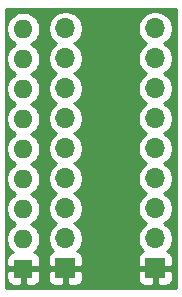
<source format=gbr>
%TF.GenerationSoftware,KiCad,Pcbnew,(5.1.9)-1*%
%TF.CreationDate,2021-02-04T07:54:42-05:00*%
%TF.ProjectId,NerdConsole_BreadBoard_BridgeMonitor8,4e657264-436f-46e7-936f-6c655f427265,rev?*%
%TF.SameCoordinates,Original*%
%TF.FileFunction,Copper,L2,Bot*%
%TF.FilePolarity,Positive*%
%FSLAX46Y46*%
G04 Gerber Fmt 4.6, Leading zero omitted, Abs format (unit mm)*
G04 Created by KiCad (PCBNEW (5.1.9)-1) date 2021-02-04 07:54:42*
%MOMM*%
%LPD*%
G01*
G04 APERTURE LIST*
%TA.AperFunction,ComponentPad*%
%ADD10O,1.700000X1.700000*%
%TD*%
%TA.AperFunction,ComponentPad*%
%ADD11R,1.700000X1.700000*%
%TD*%
%TA.AperFunction,ComponentPad*%
%ADD12R,1.600000X1.600000*%
%TD*%
%TA.AperFunction,ComponentPad*%
%ADD13O,1.600000X1.600000*%
%TD*%
%TA.AperFunction,Conductor*%
%ADD14C,0.254000*%
%TD*%
%TA.AperFunction,Conductor*%
%ADD15C,0.100000*%
%TD*%
G04 APERTURE END LIST*
D10*
%TO.P,J1,9*%
%TO.N,D7*%
X96200000Y-77830000D03*
%TO.P,J1,8*%
%TO.N,D6*%
X96200000Y-80370000D03*
%TO.P,J1,7*%
%TO.N,D5*%
X96200000Y-82910000D03*
%TO.P,J1,6*%
%TO.N,D4*%
X96200000Y-85450000D03*
%TO.P,J1,5*%
%TO.N,D3*%
X96200000Y-87990000D03*
%TO.P,J1,4*%
%TO.N,D2*%
X96200000Y-90530000D03*
%TO.P,J1,3*%
%TO.N,D1*%
X96200000Y-93070000D03*
%TO.P,J1,2*%
%TO.N,D0*%
X96200000Y-95610000D03*
D11*
%TO.P,J1,1*%
%TO.N,GND*%
X96200000Y-98150000D03*
%TD*%
%TO.P,J2,1*%
%TO.N,GND*%
X103800000Y-98150000D03*
D10*
%TO.P,J2,2*%
%TO.N,D0*%
X103800000Y-95610000D03*
%TO.P,J2,3*%
%TO.N,D1*%
X103800000Y-93070000D03*
%TO.P,J2,4*%
%TO.N,D2*%
X103800000Y-90530000D03*
%TO.P,J2,5*%
%TO.N,D3*%
X103800000Y-87990000D03*
%TO.P,J2,6*%
%TO.N,D4*%
X103800000Y-85450000D03*
%TO.P,J2,7*%
%TO.N,D5*%
X103800000Y-82910000D03*
%TO.P,J2,8*%
%TO.N,D6*%
X103800000Y-80370000D03*
%TO.P,J2,9*%
%TO.N,D7*%
X103800000Y-77830000D03*
%TD*%
D12*
%TO.P,RN1,1*%
%TO.N,GND*%
X92650000Y-98175000D03*
D13*
%TO.P,RN1,2*%
%TO.N,LED0*%
X92650000Y-95635000D03*
%TO.P,RN1,3*%
%TO.N,LED1*%
X92650000Y-93095000D03*
%TO.P,RN1,4*%
%TO.N,LED2*%
X92650000Y-90555000D03*
%TO.P,RN1,5*%
%TO.N,LED3*%
X92650000Y-88015000D03*
%TO.P,RN1,6*%
%TO.N,LED4*%
X92650000Y-85475000D03*
%TO.P,RN1,7*%
%TO.N,LED5*%
X92650000Y-82935000D03*
%TO.P,RN1,8*%
%TO.N,LED6*%
X92650000Y-80395000D03*
%TO.P,RN1,9*%
%TO.N,LED7*%
X92650000Y-77855000D03*
%TD*%
D14*
%TO.N,GND*%
X105590001Y-99840000D02*
X91160000Y-99840000D01*
X91160000Y-98975000D01*
X91211928Y-98975000D01*
X91224188Y-99099482D01*
X91260498Y-99219180D01*
X91319463Y-99329494D01*
X91398815Y-99426185D01*
X91495506Y-99505537D01*
X91605820Y-99564502D01*
X91725518Y-99600812D01*
X91850000Y-99613072D01*
X92364250Y-99610000D01*
X92523000Y-99451250D01*
X92523000Y-98302000D01*
X92777000Y-98302000D01*
X92777000Y-99451250D01*
X92935750Y-99610000D01*
X93450000Y-99613072D01*
X93574482Y-99600812D01*
X93694180Y-99564502D01*
X93804494Y-99505537D01*
X93901185Y-99426185D01*
X93980537Y-99329494D01*
X94039502Y-99219180D01*
X94075812Y-99099482D01*
X94085609Y-99000000D01*
X94711928Y-99000000D01*
X94724188Y-99124482D01*
X94760498Y-99244180D01*
X94819463Y-99354494D01*
X94898815Y-99451185D01*
X94995506Y-99530537D01*
X95105820Y-99589502D01*
X95225518Y-99625812D01*
X95350000Y-99638072D01*
X95914250Y-99635000D01*
X96073000Y-99476250D01*
X96073000Y-98277000D01*
X96327000Y-98277000D01*
X96327000Y-99476250D01*
X96485750Y-99635000D01*
X97050000Y-99638072D01*
X97174482Y-99625812D01*
X97294180Y-99589502D01*
X97404494Y-99530537D01*
X97501185Y-99451185D01*
X97580537Y-99354494D01*
X97639502Y-99244180D01*
X97675812Y-99124482D01*
X97688072Y-99000000D01*
X102311928Y-99000000D01*
X102324188Y-99124482D01*
X102360498Y-99244180D01*
X102419463Y-99354494D01*
X102498815Y-99451185D01*
X102595506Y-99530537D01*
X102705820Y-99589502D01*
X102825518Y-99625812D01*
X102950000Y-99638072D01*
X103514250Y-99635000D01*
X103673000Y-99476250D01*
X103673000Y-98277000D01*
X103927000Y-98277000D01*
X103927000Y-99476250D01*
X104085750Y-99635000D01*
X104650000Y-99638072D01*
X104774482Y-99625812D01*
X104894180Y-99589502D01*
X105004494Y-99530537D01*
X105101185Y-99451185D01*
X105180537Y-99354494D01*
X105239502Y-99244180D01*
X105275812Y-99124482D01*
X105288072Y-99000000D01*
X105285000Y-98435750D01*
X105126250Y-98277000D01*
X103927000Y-98277000D01*
X103673000Y-98277000D01*
X102473750Y-98277000D01*
X102315000Y-98435750D01*
X102311928Y-99000000D01*
X97688072Y-99000000D01*
X97685000Y-98435750D01*
X97526250Y-98277000D01*
X96327000Y-98277000D01*
X96073000Y-98277000D01*
X94873750Y-98277000D01*
X94715000Y-98435750D01*
X94711928Y-99000000D01*
X94085609Y-99000000D01*
X94088072Y-98975000D01*
X94085000Y-98460750D01*
X93926250Y-98302000D01*
X92777000Y-98302000D01*
X92523000Y-98302000D01*
X91373750Y-98302000D01*
X91215000Y-98460750D01*
X91211928Y-98975000D01*
X91160000Y-98975000D01*
X91160000Y-97375000D01*
X91211928Y-97375000D01*
X91215000Y-97889250D01*
X91373750Y-98048000D01*
X92523000Y-98048000D01*
X92523000Y-98028000D01*
X92777000Y-98028000D01*
X92777000Y-98048000D01*
X93926250Y-98048000D01*
X94085000Y-97889250D01*
X94088072Y-97375000D01*
X94080686Y-97300000D01*
X94711928Y-97300000D01*
X94715000Y-97864250D01*
X94873750Y-98023000D01*
X96073000Y-98023000D01*
X96073000Y-98003000D01*
X96327000Y-98003000D01*
X96327000Y-98023000D01*
X97526250Y-98023000D01*
X97685000Y-97864250D01*
X97688072Y-97300000D01*
X102311928Y-97300000D01*
X102315000Y-97864250D01*
X102473750Y-98023000D01*
X103673000Y-98023000D01*
X103673000Y-98003000D01*
X103927000Y-98003000D01*
X103927000Y-98023000D01*
X105126250Y-98023000D01*
X105285000Y-97864250D01*
X105288072Y-97300000D01*
X105275812Y-97175518D01*
X105239502Y-97055820D01*
X105180537Y-96945506D01*
X105101185Y-96848815D01*
X105004494Y-96769463D01*
X104894180Y-96710498D01*
X104821620Y-96688487D01*
X104953475Y-96556632D01*
X105115990Y-96313411D01*
X105227932Y-96043158D01*
X105285000Y-95756260D01*
X105285000Y-95463740D01*
X105227932Y-95176842D01*
X105115990Y-94906589D01*
X104953475Y-94663368D01*
X104746632Y-94456525D01*
X104572240Y-94340000D01*
X104746632Y-94223475D01*
X104953475Y-94016632D01*
X105115990Y-93773411D01*
X105227932Y-93503158D01*
X105285000Y-93216260D01*
X105285000Y-92923740D01*
X105227932Y-92636842D01*
X105115990Y-92366589D01*
X104953475Y-92123368D01*
X104746632Y-91916525D01*
X104572240Y-91800000D01*
X104746632Y-91683475D01*
X104953475Y-91476632D01*
X105115990Y-91233411D01*
X105227932Y-90963158D01*
X105285000Y-90676260D01*
X105285000Y-90383740D01*
X105227932Y-90096842D01*
X105115990Y-89826589D01*
X104953475Y-89583368D01*
X104746632Y-89376525D01*
X104572240Y-89260000D01*
X104746632Y-89143475D01*
X104953475Y-88936632D01*
X105115990Y-88693411D01*
X105227932Y-88423158D01*
X105285000Y-88136260D01*
X105285000Y-87843740D01*
X105227932Y-87556842D01*
X105115990Y-87286589D01*
X104953475Y-87043368D01*
X104746632Y-86836525D01*
X104572240Y-86720000D01*
X104746632Y-86603475D01*
X104953475Y-86396632D01*
X105115990Y-86153411D01*
X105227932Y-85883158D01*
X105285000Y-85596260D01*
X105285000Y-85303740D01*
X105227932Y-85016842D01*
X105115990Y-84746589D01*
X104953475Y-84503368D01*
X104746632Y-84296525D01*
X104572240Y-84180000D01*
X104746632Y-84063475D01*
X104953475Y-83856632D01*
X105115990Y-83613411D01*
X105227932Y-83343158D01*
X105285000Y-83056260D01*
X105285000Y-82763740D01*
X105227932Y-82476842D01*
X105115990Y-82206589D01*
X104953475Y-81963368D01*
X104746632Y-81756525D01*
X104572240Y-81640000D01*
X104746632Y-81523475D01*
X104953475Y-81316632D01*
X105115990Y-81073411D01*
X105227932Y-80803158D01*
X105285000Y-80516260D01*
X105285000Y-80223740D01*
X105227932Y-79936842D01*
X105115990Y-79666589D01*
X104953475Y-79423368D01*
X104746632Y-79216525D01*
X104572240Y-79100000D01*
X104746632Y-78983475D01*
X104953475Y-78776632D01*
X105115990Y-78533411D01*
X105227932Y-78263158D01*
X105285000Y-77976260D01*
X105285000Y-77683740D01*
X105227932Y-77396842D01*
X105115990Y-77126589D01*
X104953475Y-76883368D01*
X104746632Y-76676525D01*
X104503411Y-76514010D01*
X104233158Y-76402068D01*
X103946260Y-76345000D01*
X103653740Y-76345000D01*
X103366842Y-76402068D01*
X103096589Y-76514010D01*
X102853368Y-76676525D01*
X102646525Y-76883368D01*
X102484010Y-77126589D01*
X102372068Y-77396842D01*
X102315000Y-77683740D01*
X102315000Y-77976260D01*
X102372068Y-78263158D01*
X102484010Y-78533411D01*
X102646525Y-78776632D01*
X102853368Y-78983475D01*
X103027760Y-79100000D01*
X102853368Y-79216525D01*
X102646525Y-79423368D01*
X102484010Y-79666589D01*
X102372068Y-79936842D01*
X102315000Y-80223740D01*
X102315000Y-80516260D01*
X102372068Y-80803158D01*
X102484010Y-81073411D01*
X102646525Y-81316632D01*
X102853368Y-81523475D01*
X103027760Y-81640000D01*
X102853368Y-81756525D01*
X102646525Y-81963368D01*
X102484010Y-82206589D01*
X102372068Y-82476842D01*
X102315000Y-82763740D01*
X102315000Y-83056260D01*
X102372068Y-83343158D01*
X102484010Y-83613411D01*
X102646525Y-83856632D01*
X102853368Y-84063475D01*
X103027760Y-84180000D01*
X102853368Y-84296525D01*
X102646525Y-84503368D01*
X102484010Y-84746589D01*
X102372068Y-85016842D01*
X102315000Y-85303740D01*
X102315000Y-85596260D01*
X102372068Y-85883158D01*
X102484010Y-86153411D01*
X102646525Y-86396632D01*
X102853368Y-86603475D01*
X103027760Y-86720000D01*
X102853368Y-86836525D01*
X102646525Y-87043368D01*
X102484010Y-87286589D01*
X102372068Y-87556842D01*
X102315000Y-87843740D01*
X102315000Y-88136260D01*
X102372068Y-88423158D01*
X102484010Y-88693411D01*
X102646525Y-88936632D01*
X102853368Y-89143475D01*
X103027760Y-89260000D01*
X102853368Y-89376525D01*
X102646525Y-89583368D01*
X102484010Y-89826589D01*
X102372068Y-90096842D01*
X102315000Y-90383740D01*
X102315000Y-90676260D01*
X102372068Y-90963158D01*
X102484010Y-91233411D01*
X102646525Y-91476632D01*
X102853368Y-91683475D01*
X103027760Y-91800000D01*
X102853368Y-91916525D01*
X102646525Y-92123368D01*
X102484010Y-92366589D01*
X102372068Y-92636842D01*
X102315000Y-92923740D01*
X102315000Y-93216260D01*
X102372068Y-93503158D01*
X102484010Y-93773411D01*
X102646525Y-94016632D01*
X102853368Y-94223475D01*
X103027760Y-94340000D01*
X102853368Y-94456525D01*
X102646525Y-94663368D01*
X102484010Y-94906589D01*
X102372068Y-95176842D01*
X102315000Y-95463740D01*
X102315000Y-95756260D01*
X102372068Y-96043158D01*
X102484010Y-96313411D01*
X102646525Y-96556632D01*
X102778380Y-96688487D01*
X102705820Y-96710498D01*
X102595506Y-96769463D01*
X102498815Y-96848815D01*
X102419463Y-96945506D01*
X102360498Y-97055820D01*
X102324188Y-97175518D01*
X102311928Y-97300000D01*
X97688072Y-97300000D01*
X97675812Y-97175518D01*
X97639502Y-97055820D01*
X97580537Y-96945506D01*
X97501185Y-96848815D01*
X97404494Y-96769463D01*
X97294180Y-96710498D01*
X97221620Y-96688487D01*
X97353475Y-96556632D01*
X97515990Y-96313411D01*
X97627932Y-96043158D01*
X97685000Y-95756260D01*
X97685000Y-95463740D01*
X97627932Y-95176842D01*
X97515990Y-94906589D01*
X97353475Y-94663368D01*
X97146632Y-94456525D01*
X96972240Y-94340000D01*
X97146632Y-94223475D01*
X97353475Y-94016632D01*
X97515990Y-93773411D01*
X97627932Y-93503158D01*
X97685000Y-93216260D01*
X97685000Y-92923740D01*
X97627932Y-92636842D01*
X97515990Y-92366589D01*
X97353475Y-92123368D01*
X97146632Y-91916525D01*
X96972240Y-91800000D01*
X97146632Y-91683475D01*
X97353475Y-91476632D01*
X97515990Y-91233411D01*
X97627932Y-90963158D01*
X97685000Y-90676260D01*
X97685000Y-90383740D01*
X97627932Y-90096842D01*
X97515990Y-89826589D01*
X97353475Y-89583368D01*
X97146632Y-89376525D01*
X96972240Y-89260000D01*
X97146632Y-89143475D01*
X97353475Y-88936632D01*
X97515990Y-88693411D01*
X97627932Y-88423158D01*
X97685000Y-88136260D01*
X97685000Y-87843740D01*
X97627932Y-87556842D01*
X97515990Y-87286589D01*
X97353475Y-87043368D01*
X97146632Y-86836525D01*
X96972240Y-86720000D01*
X97146632Y-86603475D01*
X97353475Y-86396632D01*
X97515990Y-86153411D01*
X97627932Y-85883158D01*
X97685000Y-85596260D01*
X97685000Y-85303740D01*
X97627932Y-85016842D01*
X97515990Y-84746589D01*
X97353475Y-84503368D01*
X97146632Y-84296525D01*
X96972240Y-84180000D01*
X97146632Y-84063475D01*
X97353475Y-83856632D01*
X97515990Y-83613411D01*
X97627932Y-83343158D01*
X97685000Y-83056260D01*
X97685000Y-82763740D01*
X97627932Y-82476842D01*
X97515990Y-82206589D01*
X97353475Y-81963368D01*
X97146632Y-81756525D01*
X96972240Y-81640000D01*
X97146632Y-81523475D01*
X97353475Y-81316632D01*
X97515990Y-81073411D01*
X97627932Y-80803158D01*
X97685000Y-80516260D01*
X97685000Y-80223740D01*
X97627932Y-79936842D01*
X97515990Y-79666589D01*
X97353475Y-79423368D01*
X97146632Y-79216525D01*
X96972240Y-79100000D01*
X97146632Y-78983475D01*
X97353475Y-78776632D01*
X97515990Y-78533411D01*
X97627932Y-78263158D01*
X97685000Y-77976260D01*
X97685000Y-77683740D01*
X97627932Y-77396842D01*
X97515990Y-77126589D01*
X97353475Y-76883368D01*
X97146632Y-76676525D01*
X96903411Y-76514010D01*
X96633158Y-76402068D01*
X96346260Y-76345000D01*
X96053740Y-76345000D01*
X95766842Y-76402068D01*
X95496589Y-76514010D01*
X95253368Y-76676525D01*
X95046525Y-76883368D01*
X94884010Y-77126589D01*
X94772068Y-77396842D01*
X94715000Y-77683740D01*
X94715000Y-77976260D01*
X94772068Y-78263158D01*
X94884010Y-78533411D01*
X95046525Y-78776632D01*
X95253368Y-78983475D01*
X95427760Y-79100000D01*
X95253368Y-79216525D01*
X95046525Y-79423368D01*
X94884010Y-79666589D01*
X94772068Y-79936842D01*
X94715000Y-80223740D01*
X94715000Y-80516260D01*
X94772068Y-80803158D01*
X94884010Y-81073411D01*
X95046525Y-81316632D01*
X95253368Y-81523475D01*
X95427760Y-81640000D01*
X95253368Y-81756525D01*
X95046525Y-81963368D01*
X94884010Y-82206589D01*
X94772068Y-82476842D01*
X94715000Y-82763740D01*
X94715000Y-83056260D01*
X94772068Y-83343158D01*
X94884010Y-83613411D01*
X95046525Y-83856632D01*
X95253368Y-84063475D01*
X95427760Y-84180000D01*
X95253368Y-84296525D01*
X95046525Y-84503368D01*
X94884010Y-84746589D01*
X94772068Y-85016842D01*
X94715000Y-85303740D01*
X94715000Y-85596260D01*
X94772068Y-85883158D01*
X94884010Y-86153411D01*
X95046525Y-86396632D01*
X95253368Y-86603475D01*
X95427760Y-86720000D01*
X95253368Y-86836525D01*
X95046525Y-87043368D01*
X94884010Y-87286589D01*
X94772068Y-87556842D01*
X94715000Y-87843740D01*
X94715000Y-88136260D01*
X94772068Y-88423158D01*
X94884010Y-88693411D01*
X95046525Y-88936632D01*
X95253368Y-89143475D01*
X95427760Y-89260000D01*
X95253368Y-89376525D01*
X95046525Y-89583368D01*
X94884010Y-89826589D01*
X94772068Y-90096842D01*
X94715000Y-90383740D01*
X94715000Y-90676260D01*
X94772068Y-90963158D01*
X94884010Y-91233411D01*
X95046525Y-91476632D01*
X95253368Y-91683475D01*
X95427760Y-91800000D01*
X95253368Y-91916525D01*
X95046525Y-92123368D01*
X94884010Y-92366589D01*
X94772068Y-92636842D01*
X94715000Y-92923740D01*
X94715000Y-93216260D01*
X94772068Y-93503158D01*
X94884010Y-93773411D01*
X95046525Y-94016632D01*
X95253368Y-94223475D01*
X95427760Y-94340000D01*
X95253368Y-94456525D01*
X95046525Y-94663368D01*
X94884010Y-94906589D01*
X94772068Y-95176842D01*
X94715000Y-95463740D01*
X94715000Y-95756260D01*
X94772068Y-96043158D01*
X94884010Y-96313411D01*
X95046525Y-96556632D01*
X95178380Y-96688487D01*
X95105820Y-96710498D01*
X94995506Y-96769463D01*
X94898815Y-96848815D01*
X94819463Y-96945506D01*
X94760498Y-97055820D01*
X94724188Y-97175518D01*
X94711928Y-97300000D01*
X94080686Y-97300000D01*
X94075812Y-97250518D01*
X94039502Y-97130820D01*
X93980537Y-97020506D01*
X93901185Y-96923815D01*
X93804494Y-96844463D01*
X93694180Y-96785498D01*
X93574482Y-96749188D01*
X93566039Y-96748357D01*
X93764637Y-96549759D01*
X93921680Y-96314727D01*
X94029853Y-96053574D01*
X94085000Y-95776335D01*
X94085000Y-95493665D01*
X94029853Y-95216426D01*
X93921680Y-94955273D01*
X93764637Y-94720241D01*
X93564759Y-94520363D01*
X93332241Y-94365000D01*
X93564759Y-94209637D01*
X93764637Y-94009759D01*
X93921680Y-93774727D01*
X94029853Y-93513574D01*
X94085000Y-93236335D01*
X94085000Y-92953665D01*
X94029853Y-92676426D01*
X93921680Y-92415273D01*
X93764637Y-92180241D01*
X93564759Y-91980363D01*
X93332241Y-91825000D01*
X93564759Y-91669637D01*
X93764637Y-91469759D01*
X93921680Y-91234727D01*
X94029853Y-90973574D01*
X94085000Y-90696335D01*
X94085000Y-90413665D01*
X94029853Y-90136426D01*
X93921680Y-89875273D01*
X93764637Y-89640241D01*
X93564759Y-89440363D01*
X93332241Y-89285000D01*
X93564759Y-89129637D01*
X93764637Y-88929759D01*
X93921680Y-88694727D01*
X94029853Y-88433574D01*
X94085000Y-88156335D01*
X94085000Y-87873665D01*
X94029853Y-87596426D01*
X93921680Y-87335273D01*
X93764637Y-87100241D01*
X93564759Y-86900363D01*
X93332241Y-86745000D01*
X93564759Y-86589637D01*
X93764637Y-86389759D01*
X93921680Y-86154727D01*
X94029853Y-85893574D01*
X94085000Y-85616335D01*
X94085000Y-85333665D01*
X94029853Y-85056426D01*
X93921680Y-84795273D01*
X93764637Y-84560241D01*
X93564759Y-84360363D01*
X93332241Y-84205000D01*
X93564759Y-84049637D01*
X93764637Y-83849759D01*
X93921680Y-83614727D01*
X94029853Y-83353574D01*
X94085000Y-83076335D01*
X94085000Y-82793665D01*
X94029853Y-82516426D01*
X93921680Y-82255273D01*
X93764637Y-82020241D01*
X93564759Y-81820363D01*
X93332241Y-81665000D01*
X93564759Y-81509637D01*
X93764637Y-81309759D01*
X93921680Y-81074727D01*
X94029853Y-80813574D01*
X94085000Y-80536335D01*
X94085000Y-80253665D01*
X94029853Y-79976426D01*
X93921680Y-79715273D01*
X93764637Y-79480241D01*
X93564759Y-79280363D01*
X93332241Y-79125000D01*
X93564759Y-78969637D01*
X93764637Y-78769759D01*
X93921680Y-78534727D01*
X94029853Y-78273574D01*
X94085000Y-77996335D01*
X94085000Y-77713665D01*
X94029853Y-77436426D01*
X93921680Y-77175273D01*
X93764637Y-76940241D01*
X93564759Y-76740363D01*
X93329727Y-76583320D01*
X93068574Y-76475147D01*
X92791335Y-76420000D01*
X92508665Y-76420000D01*
X92231426Y-76475147D01*
X91970273Y-76583320D01*
X91735241Y-76740363D01*
X91535363Y-76940241D01*
X91378320Y-77175273D01*
X91270147Y-77436426D01*
X91215000Y-77713665D01*
X91215000Y-77996335D01*
X91270147Y-78273574D01*
X91378320Y-78534727D01*
X91535363Y-78769759D01*
X91735241Y-78969637D01*
X91967759Y-79125000D01*
X91735241Y-79280363D01*
X91535363Y-79480241D01*
X91378320Y-79715273D01*
X91270147Y-79976426D01*
X91215000Y-80253665D01*
X91215000Y-80536335D01*
X91270147Y-80813574D01*
X91378320Y-81074727D01*
X91535363Y-81309759D01*
X91735241Y-81509637D01*
X91967759Y-81665000D01*
X91735241Y-81820363D01*
X91535363Y-82020241D01*
X91378320Y-82255273D01*
X91270147Y-82516426D01*
X91215000Y-82793665D01*
X91215000Y-83076335D01*
X91270147Y-83353574D01*
X91378320Y-83614727D01*
X91535363Y-83849759D01*
X91735241Y-84049637D01*
X91967759Y-84205000D01*
X91735241Y-84360363D01*
X91535363Y-84560241D01*
X91378320Y-84795273D01*
X91270147Y-85056426D01*
X91215000Y-85333665D01*
X91215000Y-85616335D01*
X91270147Y-85893574D01*
X91378320Y-86154727D01*
X91535363Y-86389759D01*
X91735241Y-86589637D01*
X91967759Y-86745000D01*
X91735241Y-86900363D01*
X91535363Y-87100241D01*
X91378320Y-87335273D01*
X91270147Y-87596426D01*
X91215000Y-87873665D01*
X91215000Y-88156335D01*
X91270147Y-88433574D01*
X91378320Y-88694727D01*
X91535363Y-88929759D01*
X91735241Y-89129637D01*
X91967759Y-89285000D01*
X91735241Y-89440363D01*
X91535363Y-89640241D01*
X91378320Y-89875273D01*
X91270147Y-90136426D01*
X91215000Y-90413665D01*
X91215000Y-90696335D01*
X91270147Y-90973574D01*
X91378320Y-91234727D01*
X91535363Y-91469759D01*
X91735241Y-91669637D01*
X91967759Y-91825000D01*
X91735241Y-91980363D01*
X91535363Y-92180241D01*
X91378320Y-92415273D01*
X91270147Y-92676426D01*
X91215000Y-92953665D01*
X91215000Y-93236335D01*
X91270147Y-93513574D01*
X91378320Y-93774727D01*
X91535363Y-94009759D01*
X91735241Y-94209637D01*
X91967759Y-94365000D01*
X91735241Y-94520363D01*
X91535363Y-94720241D01*
X91378320Y-94955273D01*
X91270147Y-95216426D01*
X91215000Y-95493665D01*
X91215000Y-95776335D01*
X91270147Y-96053574D01*
X91378320Y-96314727D01*
X91535363Y-96549759D01*
X91733961Y-96748357D01*
X91725518Y-96749188D01*
X91605820Y-96785498D01*
X91495506Y-96844463D01*
X91398815Y-96923815D01*
X91319463Y-97020506D01*
X91260498Y-97130820D01*
X91224188Y-97250518D01*
X91211928Y-97375000D01*
X91160000Y-97375000D01*
X91160000Y-76160000D01*
X105590000Y-76160000D01*
X105590001Y-99840000D01*
%TA.AperFunction,Conductor*%
D15*
G36*
X105590001Y-99840000D02*
G01*
X91160000Y-99840000D01*
X91160000Y-98975000D01*
X91211928Y-98975000D01*
X91224188Y-99099482D01*
X91260498Y-99219180D01*
X91319463Y-99329494D01*
X91398815Y-99426185D01*
X91495506Y-99505537D01*
X91605820Y-99564502D01*
X91725518Y-99600812D01*
X91850000Y-99613072D01*
X92364250Y-99610000D01*
X92523000Y-99451250D01*
X92523000Y-98302000D01*
X92777000Y-98302000D01*
X92777000Y-99451250D01*
X92935750Y-99610000D01*
X93450000Y-99613072D01*
X93574482Y-99600812D01*
X93694180Y-99564502D01*
X93804494Y-99505537D01*
X93901185Y-99426185D01*
X93980537Y-99329494D01*
X94039502Y-99219180D01*
X94075812Y-99099482D01*
X94085609Y-99000000D01*
X94711928Y-99000000D01*
X94724188Y-99124482D01*
X94760498Y-99244180D01*
X94819463Y-99354494D01*
X94898815Y-99451185D01*
X94995506Y-99530537D01*
X95105820Y-99589502D01*
X95225518Y-99625812D01*
X95350000Y-99638072D01*
X95914250Y-99635000D01*
X96073000Y-99476250D01*
X96073000Y-98277000D01*
X96327000Y-98277000D01*
X96327000Y-99476250D01*
X96485750Y-99635000D01*
X97050000Y-99638072D01*
X97174482Y-99625812D01*
X97294180Y-99589502D01*
X97404494Y-99530537D01*
X97501185Y-99451185D01*
X97580537Y-99354494D01*
X97639502Y-99244180D01*
X97675812Y-99124482D01*
X97688072Y-99000000D01*
X102311928Y-99000000D01*
X102324188Y-99124482D01*
X102360498Y-99244180D01*
X102419463Y-99354494D01*
X102498815Y-99451185D01*
X102595506Y-99530537D01*
X102705820Y-99589502D01*
X102825518Y-99625812D01*
X102950000Y-99638072D01*
X103514250Y-99635000D01*
X103673000Y-99476250D01*
X103673000Y-98277000D01*
X103927000Y-98277000D01*
X103927000Y-99476250D01*
X104085750Y-99635000D01*
X104650000Y-99638072D01*
X104774482Y-99625812D01*
X104894180Y-99589502D01*
X105004494Y-99530537D01*
X105101185Y-99451185D01*
X105180537Y-99354494D01*
X105239502Y-99244180D01*
X105275812Y-99124482D01*
X105288072Y-99000000D01*
X105285000Y-98435750D01*
X105126250Y-98277000D01*
X103927000Y-98277000D01*
X103673000Y-98277000D01*
X102473750Y-98277000D01*
X102315000Y-98435750D01*
X102311928Y-99000000D01*
X97688072Y-99000000D01*
X97685000Y-98435750D01*
X97526250Y-98277000D01*
X96327000Y-98277000D01*
X96073000Y-98277000D01*
X94873750Y-98277000D01*
X94715000Y-98435750D01*
X94711928Y-99000000D01*
X94085609Y-99000000D01*
X94088072Y-98975000D01*
X94085000Y-98460750D01*
X93926250Y-98302000D01*
X92777000Y-98302000D01*
X92523000Y-98302000D01*
X91373750Y-98302000D01*
X91215000Y-98460750D01*
X91211928Y-98975000D01*
X91160000Y-98975000D01*
X91160000Y-97375000D01*
X91211928Y-97375000D01*
X91215000Y-97889250D01*
X91373750Y-98048000D01*
X92523000Y-98048000D01*
X92523000Y-98028000D01*
X92777000Y-98028000D01*
X92777000Y-98048000D01*
X93926250Y-98048000D01*
X94085000Y-97889250D01*
X94088072Y-97375000D01*
X94080686Y-97300000D01*
X94711928Y-97300000D01*
X94715000Y-97864250D01*
X94873750Y-98023000D01*
X96073000Y-98023000D01*
X96073000Y-98003000D01*
X96327000Y-98003000D01*
X96327000Y-98023000D01*
X97526250Y-98023000D01*
X97685000Y-97864250D01*
X97688072Y-97300000D01*
X102311928Y-97300000D01*
X102315000Y-97864250D01*
X102473750Y-98023000D01*
X103673000Y-98023000D01*
X103673000Y-98003000D01*
X103927000Y-98003000D01*
X103927000Y-98023000D01*
X105126250Y-98023000D01*
X105285000Y-97864250D01*
X105288072Y-97300000D01*
X105275812Y-97175518D01*
X105239502Y-97055820D01*
X105180537Y-96945506D01*
X105101185Y-96848815D01*
X105004494Y-96769463D01*
X104894180Y-96710498D01*
X104821620Y-96688487D01*
X104953475Y-96556632D01*
X105115990Y-96313411D01*
X105227932Y-96043158D01*
X105285000Y-95756260D01*
X105285000Y-95463740D01*
X105227932Y-95176842D01*
X105115990Y-94906589D01*
X104953475Y-94663368D01*
X104746632Y-94456525D01*
X104572240Y-94340000D01*
X104746632Y-94223475D01*
X104953475Y-94016632D01*
X105115990Y-93773411D01*
X105227932Y-93503158D01*
X105285000Y-93216260D01*
X105285000Y-92923740D01*
X105227932Y-92636842D01*
X105115990Y-92366589D01*
X104953475Y-92123368D01*
X104746632Y-91916525D01*
X104572240Y-91800000D01*
X104746632Y-91683475D01*
X104953475Y-91476632D01*
X105115990Y-91233411D01*
X105227932Y-90963158D01*
X105285000Y-90676260D01*
X105285000Y-90383740D01*
X105227932Y-90096842D01*
X105115990Y-89826589D01*
X104953475Y-89583368D01*
X104746632Y-89376525D01*
X104572240Y-89260000D01*
X104746632Y-89143475D01*
X104953475Y-88936632D01*
X105115990Y-88693411D01*
X105227932Y-88423158D01*
X105285000Y-88136260D01*
X105285000Y-87843740D01*
X105227932Y-87556842D01*
X105115990Y-87286589D01*
X104953475Y-87043368D01*
X104746632Y-86836525D01*
X104572240Y-86720000D01*
X104746632Y-86603475D01*
X104953475Y-86396632D01*
X105115990Y-86153411D01*
X105227932Y-85883158D01*
X105285000Y-85596260D01*
X105285000Y-85303740D01*
X105227932Y-85016842D01*
X105115990Y-84746589D01*
X104953475Y-84503368D01*
X104746632Y-84296525D01*
X104572240Y-84180000D01*
X104746632Y-84063475D01*
X104953475Y-83856632D01*
X105115990Y-83613411D01*
X105227932Y-83343158D01*
X105285000Y-83056260D01*
X105285000Y-82763740D01*
X105227932Y-82476842D01*
X105115990Y-82206589D01*
X104953475Y-81963368D01*
X104746632Y-81756525D01*
X104572240Y-81640000D01*
X104746632Y-81523475D01*
X104953475Y-81316632D01*
X105115990Y-81073411D01*
X105227932Y-80803158D01*
X105285000Y-80516260D01*
X105285000Y-80223740D01*
X105227932Y-79936842D01*
X105115990Y-79666589D01*
X104953475Y-79423368D01*
X104746632Y-79216525D01*
X104572240Y-79100000D01*
X104746632Y-78983475D01*
X104953475Y-78776632D01*
X105115990Y-78533411D01*
X105227932Y-78263158D01*
X105285000Y-77976260D01*
X105285000Y-77683740D01*
X105227932Y-77396842D01*
X105115990Y-77126589D01*
X104953475Y-76883368D01*
X104746632Y-76676525D01*
X104503411Y-76514010D01*
X104233158Y-76402068D01*
X103946260Y-76345000D01*
X103653740Y-76345000D01*
X103366842Y-76402068D01*
X103096589Y-76514010D01*
X102853368Y-76676525D01*
X102646525Y-76883368D01*
X102484010Y-77126589D01*
X102372068Y-77396842D01*
X102315000Y-77683740D01*
X102315000Y-77976260D01*
X102372068Y-78263158D01*
X102484010Y-78533411D01*
X102646525Y-78776632D01*
X102853368Y-78983475D01*
X103027760Y-79100000D01*
X102853368Y-79216525D01*
X102646525Y-79423368D01*
X102484010Y-79666589D01*
X102372068Y-79936842D01*
X102315000Y-80223740D01*
X102315000Y-80516260D01*
X102372068Y-80803158D01*
X102484010Y-81073411D01*
X102646525Y-81316632D01*
X102853368Y-81523475D01*
X103027760Y-81640000D01*
X102853368Y-81756525D01*
X102646525Y-81963368D01*
X102484010Y-82206589D01*
X102372068Y-82476842D01*
X102315000Y-82763740D01*
X102315000Y-83056260D01*
X102372068Y-83343158D01*
X102484010Y-83613411D01*
X102646525Y-83856632D01*
X102853368Y-84063475D01*
X103027760Y-84180000D01*
X102853368Y-84296525D01*
X102646525Y-84503368D01*
X102484010Y-84746589D01*
X102372068Y-85016842D01*
X102315000Y-85303740D01*
X102315000Y-85596260D01*
X102372068Y-85883158D01*
X102484010Y-86153411D01*
X102646525Y-86396632D01*
X102853368Y-86603475D01*
X103027760Y-86720000D01*
X102853368Y-86836525D01*
X102646525Y-87043368D01*
X102484010Y-87286589D01*
X102372068Y-87556842D01*
X102315000Y-87843740D01*
X102315000Y-88136260D01*
X102372068Y-88423158D01*
X102484010Y-88693411D01*
X102646525Y-88936632D01*
X102853368Y-89143475D01*
X103027760Y-89260000D01*
X102853368Y-89376525D01*
X102646525Y-89583368D01*
X102484010Y-89826589D01*
X102372068Y-90096842D01*
X102315000Y-90383740D01*
X102315000Y-90676260D01*
X102372068Y-90963158D01*
X102484010Y-91233411D01*
X102646525Y-91476632D01*
X102853368Y-91683475D01*
X103027760Y-91800000D01*
X102853368Y-91916525D01*
X102646525Y-92123368D01*
X102484010Y-92366589D01*
X102372068Y-92636842D01*
X102315000Y-92923740D01*
X102315000Y-93216260D01*
X102372068Y-93503158D01*
X102484010Y-93773411D01*
X102646525Y-94016632D01*
X102853368Y-94223475D01*
X103027760Y-94340000D01*
X102853368Y-94456525D01*
X102646525Y-94663368D01*
X102484010Y-94906589D01*
X102372068Y-95176842D01*
X102315000Y-95463740D01*
X102315000Y-95756260D01*
X102372068Y-96043158D01*
X102484010Y-96313411D01*
X102646525Y-96556632D01*
X102778380Y-96688487D01*
X102705820Y-96710498D01*
X102595506Y-96769463D01*
X102498815Y-96848815D01*
X102419463Y-96945506D01*
X102360498Y-97055820D01*
X102324188Y-97175518D01*
X102311928Y-97300000D01*
X97688072Y-97300000D01*
X97675812Y-97175518D01*
X97639502Y-97055820D01*
X97580537Y-96945506D01*
X97501185Y-96848815D01*
X97404494Y-96769463D01*
X97294180Y-96710498D01*
X97221620Y-96688487D01*
X97353475Y-96556632D01*
X97515990Y-96313411D01*
X97627932Y-96043158D01*
X97685000Y-95756260D01*
X97685000Y-95463740D01*
X97627932Y-95176842D01*
X97515990Y-94906589D01*
X97353475Y-94663368D01*
X97146632Y-94456525D01*
X96972240Y-94340000D01*
X97146632Y-94223475D01*
X97353475Y-94016632D01*
X97515990Y-93773411D01*
X97627932Y-93503158D01*
X97685000Y-93216260D01*
X97685000Y-92923740D01*
X97627932Y-92636842D01*
X97515990Y-92366589D01*
X97353475Y-92123368D01*
X97146632Y-91916525D01*
X96972240Y-91800000D01*
X97146632Y-91683475D01*
X97353475Y-91476632D01*
X97515990Y-91233411D01*
X97627932Y-90963158D01*
X97685000Y-90676260D01*
X97685000Y-90383740D01*
X97627932Y-90096842D01*
X97515990Y-89826589D01*
X97353475Y-89583368D01*
X97146632Y-89376525D01*
X96972240Y-89260000D01*
X97146632Y-89143475D01*
X97353475Y-88936632D01*
X97515990Y-88693411D01*
X97627932Y-88423158D01*
X97685000Y-88136260D01*
X97685000Y-87843740D01*
X97627932Y-87556842D01*
X97515990Y-87286589D01*
X97353475Y-87043368D01*
X97146632Y-86836525D01*
X96972240Y-86720000D01*
X97146632Y-86603475D01*
X97353475Y-86396632D01*
X97515990Y-86153411D01*
X97627932Y-85883158D01*
X97685000Y-85596260D01*
X97685000Y-85303740D01*
X97627932Y-85016842D01*
X97515990Y-84746589D01*
X97353475Y-84503368D01*
X97146632Y-84296525D01*
X96972240Y-84180000D01*
X97146632Y-84063475D01*
X97353475Y-83856632D01*
X97515990Y-83613411D01*
X97627932Y-83343158D01*
X97685000Y-83056260D01*
X97685000Y-82763740D01*
X97627932Y-82476842D01*
X97515990Y-82206589D01*
X97353475Y-81963368D01*
X97146632Y-81756525D01*
X96972240Y-81640000D01*
X97146632Y-81523475D01*
X97353475Y-81316632D01*
X97515990Y-81073411D01*
X97627932Y-80803158D01*
X97685000Y-80516260D01*
X97685000Y-80223740D01*
X97627932Y-79936842D01*
X97515990Y-79666589D01*
X97353475Y-79423368D01*
X97146632Y-79216525D01*
X96972240Y-79100000D01*
X97146632Y-78983475D01*
X97353475Y-78776632D01*
X97515990Y-78533411D01*
X97627932Y-78263158D01*
X97685000Y-77976260D01*
X97685000Y-77683740D01*
X97627932Y-77396842D01*
X97515990Y-77126589D01*
X97353475Y-76883368D01*
X97146632Y-76676525D01*
X96903411Y-76514010D01*
X96633158Y-76402068D01*
X96346260Y-76345000D01*
X96053740Y-76345000D01*
X95766842Y-76402068D01*
X95496589Y-76514010D01*
X95253368Y-76676525D01*
X95046525Y-76883368D01*
X94884010Y-77126589D01*
X94772068Y-77396842D01*
X94715000Y-77683740D01*
X94715000Y-77976260D01*
X94772068Y-78263158D01*
X94884010Y-78533411D01*
X95046525Y-78776632D01*
X95253368Y-78983475D01*
X95427760Y-79100000D01*
X95253368Y-79216525D01*
X95046525Y-79423368D01*
X94884010Y-79666589D01*
X94772068Y-79936842D01*
X94715000Y-80223740D01*
X94715000Y-80516260D01*
X94772068Y-80803158D01*
X94884010Y-81073411D01*
X95046525Y-81316632D01*
X95253368Y-81523475D01*
X95427760Y-81640000D01*
X95253368Y-81756525D01*
X95046525Y-81963368D01*
X94884010Y-82206589D01*
X94772068Y-82476842D01*
X94715000Y-82763740D01*
X94715000Y-83056260D01*
X94772068Y-83343158D01*
X94884010Y-83613411D01*
X95046525Y-83856632D01*
X95253368Y-84063475D01*
X95427760Y-84180000D01*
X95253368Y-84296525D01*
X95046525Y-84503368D01*
X94884010Y-84746589D01*
X94772068Y-85016842D01*
X94715000Y-85303740D01*
X94715000Y-85596260D01*
X94772068Y-85883158D01*
X94884010Y-86153411D01*
X95046525Y-86396632D01*
X95253368Y-86603475D01*
X95427760Y-86720000D01*
X95253368Y-86836525D01*
X95046525Y-87043368D01*
X94884010Y-87286589D01*
X94772068Y-87556842D01*
X94715000Y-87843740D01*
X94715000Y-88136260D01*
X94772068Y-88423158D01*
X94884010Y-88693411D01*
X95046525Y-88936632D01*
X95253368Y-89143475D01*
X95427760Y-89260000D01*
X95253368Y-89376525D01*
X95046525Y-89583368D01*
X94884010Y-89826589D01*
X94772068Y-90096842D01*
X94715000Y-90383740D01*
X94715000Y-90676260D01*
X94772068Y-90963158D01*
X94884010Y-91233411D01*
X95046525Y-91476632D01*
X95253368Y-91683475D01*
X95427760Y-91800000D01*
X95253368Y-91916525D01*
X95046525Y-92123368D01*
X94884010Y-92366589D01*
X94772068Y-92636842D01*
X94715000Y-92923740D01*
X94715000Y-93216260D01*
X94772068Y-93503158D01*
X94884010Y-93773411D01*
X95046525Y-94016632D01*
X95253368Y-94223475D01*
X95427760Y-94340000D01*
X95253368Y-94456525D01*
X95046525Y-94663368D01*
X94884010Y-94906589D01*
X94772068Y-95176842D01*
X94715000Y-95463740D01*
X94715000Y-95756260D01*
X94772068Y-96043158D01*
X94884010Y-96313411D01*
X95046525Y-96556632D01*
X95178380Y-96688487D01*
X95105820Y-96710498D01*
X94995506Y-96769463D01*
X94898815Y-96848815D01*
X94819463Y-96945506D01*
X94760498Y-97055820D01*
X94724188Y-97175518D01*
X94711928Y-97300000D01*
X94080686Y-97300000D01*
X94075812Y-97250518D01*
X94039502Y-97130820D01*
X93980537Y-97020506D01*
X93901185Y-96923815D01*
X93804494Y-96844463D01*
X93694180Y-96785498D01*
X93574482Y-96749188D01*
X93566039Y-96748357D01*
X93764637Y-96549759D01*
X93921680Y-96314727D01*
X94029853Y-96053574D01*
X94085000Y-95776335D01*
X94085000Y-95493665D01*
X94029853Y-95216426D01*
X93921680Y-94955273D01*
X93764637Y-94720241D01*
X93564759Y-94520363D01*
X93332241Y-94365000D01*
X93564759Y-94209637D01*
X93764637Y-94009759D01*
X93921680Y-93774727D01*
X94029853Y-93513574D01*
X94085000Y-93236335D01*
X94085000Y-92953665D01*
X94029853Y-92676426D01*
X93921680Y-92415273D01*
X93764637Y-92180241D01*
X93564759Y-91980363D01*
X93332241Y-91825000D01*
X93564759Y-91669637D01*
X93764637Y-91469759D01*
X93921680Y-91234727D01*
X94029853Y-90973574D01*
X94085000Y-90696335D01*
X94085000Y-90413665D01*
X94029853Y-90136426D01*
X93921680Y-89875273D01*
X93764637Y-89640241D01*
X93564759Y-89440363D01*
X93332241Y-89285000D01*
X93564759Y-89129637D01*
X93764637Y-88929759D01*
X93921680Y-88694727D01*
X94029853Y-88433574D01*
X94085000Y-88156335D01*
X94085000Y-87873665D01*
X94029853Y-87596426D01*
X93921680Y-87335273D01*
X93764637Y-87100241D01*
X93564759Y-86900363D01*
X93332241Y-86745000D01*
X93564759Y-86589637D01*
X93764637Y-86389759D01*
X93921680Y-86154727D01*
X94029853Y-85893574D01*
X94085000Y-85616335D01*
X94085000Y-85333665D01*
X94029853Y-85056426D01*
X93921680Y-84795273D01*
X93764637Y-84560241D01*
X93564759Y-84360363D01*
X93332241Y-84205000D01*
X93564759Y-84049637D01*
X93764637Y-83849759D01*
X93921680Y-83614727D01*
X94029853Y-83353574D01*
X94085000Y-83076335D01*
X94085000Y-82793665D01*
X94029853Y-82516426D01*
X93921680Y-82255273D01*
X93764637Y-82020241D01*
X93564759Y-81820363D01*
X93332241Y-81665000D01*
X93564759Y-81509637D01*
X93764637Y-81309759D01*
X93921680Y-81074727D01*
X94029853Y-80813574D01*
X94085000Y-80536335D01*
X94085000Y-80253665D01*
X94029853Y-79976426D01*
X93921680Y-79715273D01*
X93764637Y-79480241D01*
X93564759Y-79280363D01*
X93332241Y-79125000D01*
X93564759Y-78969637D01*
X93764637Y-78769759D01*
X93921680Y-78534727D01*
X94029853Y-78273574D01*
X94085000Y-77996335D01*
X94085000Y-77713665D01*
X94029853Y-77436426D01*
X93921680Y-77175273D01*
X93764637Y-76940241D01*
X93564759Y-76740363D01*
X93329727Y-76583320D01*
X93068574Y-76475147D01*
X92791335Y-76420000D01*
X92508665Y-76420000D01*
X92231426Y-76475147D01*
X91970273Y-76583320D01*
X91735241Y-76740363D01*
X91535363Y-76940241D01*
X91378320Y-77175273D01*
X91270147Y-77436426D01*
X91215000Y-77713665D01*
X91215000Y-77996335D01*
X91270147Y-78273574D01*
X91378320Y-78534727D01*
X91535363Y-78769759D01*
X91735241Y-78969637D01*
X91967759Y-79125000D01*
X91735241Y-79280363D01*
X91535363Y-79480241D01*
X91378320Y-79715273D01*
X91270147Y-79976426D01*
X91215000Y-80253665D01*
X91215000Y-80536335D01*
X91270147Y-80813574D01*
X91378320Y-81074727D01*
X91535363Y-81309759D01*
X91735241Y-81509637D01*
X91967759Y-81665000D01*
X91735241Y-81820363D01*
X91535363Y-82020241D01*
X91378320Y-82255273D01*
X91270147Y-82516426D01*
X91215000Y-82793665D01*
X91215000Y-83076335D01*
X91270147Y-83353574D01*
X91378320Y-83614727D01*
X91535363Y-83849759D01*
X91735241Y-84049637D01*
X91967759Y-84205000D01*
X91735241Y-84360363D01*
X91535363Y-84560241D01*
X91378320Y-84795273D01*
X91270147Y-85056426D01*
X91215000Y-85333665D01*
X91215000Y-85616335D01*
X91270147Y-85893574D01*
X91378320Y-86154727D01*
X91535363Y-86389759D01*
X91735241Y-86589637D01*
X91967759Y-86745000D01*
X91735241Y-86900363D01*
X91535363Y-87100241D01*
X91378320Y-87335273D01*
X91270147Y-87596426D01*
X91215000Y-87873665D01*
X91215000Y-88156335D01*
X91270147Y-88433574D01*
X91378320Y-88694727D01*
X91535363Y-88929759D01*
X91735241Y-89129637D01*
X91967759Y-89285000D01*
X91735241Y-89440363D01*
X91535363Y-89640241D01*
X91378320Y-89875273D01*
X91270147Y-90136426D01*
X91215000Y-90413665D01*
X91215000Y-90696335D01*
X91270147Y-90973574D01*
X91378320Y-91234727D01*
X91535363Y-91469759D01*
X91735241Y-91669637D01*
X91967759Y-91825000D01*
X91735241Y-91980363D01*
X91535363Y-92180241D01*
X91378320Y-92415273D01*
X91270147Y-92676426D01*
X91215000Y-92953665D01*
X91215000Y-93236335D01*
X91270147Y-93513574D01*
X91378320Y-93774727D01*
X91535363Y-94009759D01*
X91735241Y-94209637D01*
X91967759Y-94365000D01*
X91735241Y-94520363D01*
X91535363Y-94720241D01*
X91378320Y-94955273D01*
X91270147Y-95216426D01*
X91215000Y-95493665D01*
X91215000Y-95776335D01*
X91270147Y-96053574D01*
X91378320Y-96314727D01*
X91535363Y-96549759D01*
X91733961Y-96748357D01*
X91725518Y-96749188D01*
X91605820Y-96785498D01*
X91495506Y-96844463D01*
X91398815Y-96923815D01*
X91319463Y-97020506D01*
X91260498Y-97130820D01*
X91224188Y-97250518D01*
X91211928Y-97375000D01*
X91160000Y-97375000D01*
X91160000Y-76160000D01*
X105590000Y-76160000D01*
X105590001Y-99840000D01*
G37*
%TD.AperFunction*%
%TD*%
M02*

</source>
